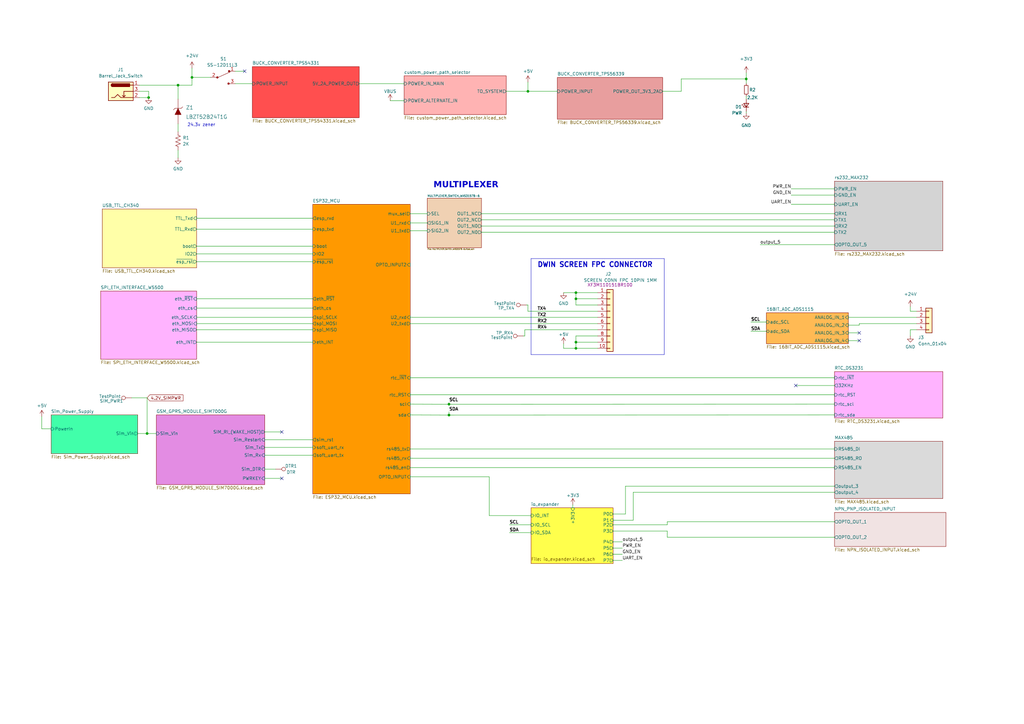
<source format=kicad_sch>
(kicad_sch (version 20230121) (generator eeschema)
  (paper "A3")
  (title_block (title "ELIESTAR") (date "2023-06-20") (rev "2.0") (company "GEVITON") (comment 2 "Reviewed By: Timoty Kyalo") (comment 3 "Designed By: Robert Mutura") (comment 4 "ELIESTAR"))
  (lib_symbols
    (symbol "Connector:Barrel_Jack_Switch" (pin_names hide)
      (property "Reference" "J" (at 0 5.334 0))
      (property "Value" "Barrel_Jack_Switch" (at 0 -5.08 0))
      (symbol "Barrel_Jack_Switch_0_1"
        (rectangle (start -5.08 3.81) (end 5.08 -3.81) (stroke (width 0.254)) (fill (type background)))
        (arc (start -3.302 3.175) (mid -3.9343 2.54) (end -3.302 1.905) (stroke (width 0.254)))
        (arc (start -3.302 3.175) (mid -3.9343 2.54) (end -3.302 1.905) (stroke (width 0.254)) (fill (type outline)))
        (polyline (pts (xy 1.27 -2.286) (xy 1.905 -1.651)) (stroke (width 0.254)))
        (polyline (pts (xy 5.08 2.54) (xy 3.81 2.54)) (stroke (width 0.254)))
        (polyline (pts (xy 5.08 0) (xy 1.27 0) (xy 1.27 -2.286) (xy 0.635 -1.651)) (stroke (width 0.254)))
        (polyline (pts (xy -3.81 -2.54) (xy -2.54 -2.54) (xy -1.27 -1.27) (xy 0 -2.54) (xy 2.54 -2.54) (xy 5.08 -2.54)) (stroke (width 0.254)))
        (rectangle (start 3.683 3.175) (end -3.302 1.905) (stroke (width 0.254)) (fill (type outline)))
      )
      (symbol "Barrel_Jack_Switch_1_1"
        (pin passive line (at 7.62 2.54 180) (length 2.54) (name "~") (number "1"))
        (pin passive line (at 7.62 -2.54 180) (length 2.54) (name "~") (number "2"))
        (pin passive line (at 7.62 0 180) (length 2.54) (name "~") (number "3"))
      )
    )
    (symbol "Connector:TestPoint" (pin_numbers hide) (pin_names (offset 0.762) hide)
      (property "Reference" "TP" (at 0 6.858 0))
      (property "Value" "TestPoint" (at 0 5.08 0))
      (symbol "TestPoint_0_1"
        (circle (center 0 3.302) (radius 0.762))
      )
      (symbol "TestPoint_1_1"
        (pin passive line (at 0 0 90) (length 2.54) (name "1") (number "1"))
      )
    )
    (symbol "Connector_Generic:Conn_01x04" (pin_names (offset 1.016) hide)
      (property "Reference" "J" (at 0 5.08 0))
      (property "Value" "Conn_01x04" (at 0 -7.62 0))
      (symbol "Conn_01x04_1_1"
        (rectangle (start -1.27 -4.953) (end 0 -5.207) (stroke (width 0.1524)))
        (rectangle (start -1.27 -2.413) (end 0 -2.667) (stroke (width 0.1524)))
        (rectangle (start -1.27 0.127) (end 0 -0.127) (stroke (width 0.1524)))
        (rectangle (start -1.27 2.667) (end 0 2.413) (stroke (width 0.1524)))
        (rectangle (start -1.27 3.81) (end 1.27 -6.35) (stroke (width 0.254)) (fill (type background)))
        (pin passive line (at -5.08 2.54 0) (length 3.81) (name "Pin_1") (number "1"))
        (pin passive line (at -5.08 0 0) (length 3.81) (name "Pin_2") (number "2"))
        (pin passive line (at -5.08 -2.54 0) (length 3.81) (name "Pin_3") (number "3"))
        (pin passive line (at -5.08 -5.08 0) (length 3.81) (name "Pin_4") (number "4"))
      )
    )
    (symbol "Connector_Generic:Conn_01x10" (pin_names (offset 1.016) hide)
      (property "Reference" "J" (at 0 12.7 0))
      (property "Value" "Conn_01x10" (at 0 -15.24 0))
      (symbol "Conn_01x10_1_1"
        (rectangle (start -1.27 -12.573) (end 0 -12.827) (stroke (width 0.1524)))
        (rectangle (start -1.27 -10.033) (end 0 -10.287) (stroke (width 0.1524)))
        (rectangle (start -1.27 -7.493) (end 0 -7.747) (stroke (width 0.1524)))
        (rectangle (start -1.27 -4.953) (end 0 -5.207) (stroke (width 0.1524)))
        (rectangle (start -1.27 -2.413) (end 0 -2.667) (stroke (width 0.1524)))
        (rectangle (start -1.27 0.127) (end 0 -0.127) (stroke (width 0.1524)))
        (rectangle (start -1.27 2.667) (end 0 2.413) (stroke (width 0.1524)))
        (rectangle (start -1.27 5.207) (end 0 4.953) (stroke (width 0.1524)))
        (rectangle (start -1.27 7.747) (end 0 7.493) (stroke (width 0.1524)))
        (rectangle (start -1.27 10.287) (end 0 10.033) (stroke (width 0.1524)))
        (rectangle (start -1.27 11.43) (end 1.27 -13.97) (stroke (width 0.254)) (fill (type background)))
        (pin passive line (at -5.08 10.16 0) (length 3.81) (name "Pin_1") (number "1"))
        (pin passive line (at -5.08 -12.7 0) (length 3.81) (name "Pin_10") (number "10"))
        (pin passive line (at -5.08 7.62 0) (length 3.81) (name "Pin_2") (number "2"))
        (pin passive line (at -5.08 5.08 0) (length 3.81) (name "Pin_3") (number "3"))
        (pin passive line (at -5.08 2.54 0) (length 3.81) (name "Pin_4") (number "4"))
        (pin passive line (at -5.08 0 0) (length 3.81) (name "Pin_5") (number "5"))
        (pin passive line (at -5.08 -2.54 0) (length 3.81) (name "Pin_6") (number "6"))
        (pin passive line (at -5.08 -5.08 0) (length 3.81) (name "Pin_7") (number "7"))
        (pin passive line (at -5.08 -7.62 0) (length 3.81) (name "Pin_8") (number "8"))
        (pin passive line (at -5.08 -10.16 0) (length 3.81) (name "Pin_9") (number "9"))
      )
    )
    (symbol "Device:LED_Small" (pin_numbers hide) (pin_names (offset 0.254) hide)
      (property "Reference" "D" (at -1.27 3.175 0))
      (property "Value" "LED_Small" (at -4.445 -2.54 0))
      (symbol "LED_Small_0_1"
        (polyline (pts (xy -0.762 -1.016) (xy -0.762 1.016)) (stroke (width 0.254)))
        (polyline (pts (xy 1.016 0) (xy -0.762 0)))
        (polyline (pts (xy 0.762 -1.016) (xy -0.762 0) (xy 0.762 1.016) (xy 0.762 -1.016)) (stroke (width 0.254)))
        (polyline (pts (xy 0 0.762) (xy -0.508 1.27) (xy -0.254 1.27) (xy -0.508 1.27) (xy -0.508 1.016)))
        (polyline (pts (xy 0.508 1.27) (xy 0 1.778) (xy 0.254 1.778) (xy 0 1.778) (xy 0 1.524)))
      )
      (symbol "LED_Small_1_1"
        (pin passive line (at -2.54 0 0) (length 1.778) (name "K") (number "1"))
        (pin passive line (at 2.54 0 180) (length 1.778) (name "A") (number "2"))
      )
    )
    (symbol "Device:R_Small" (pin_numbers hide) (pin_names (offset 0.254) hide)
      (property "Reference" "R" (at 0.762 0.508 0))
      (property "Value" "R_Small" (at 0.762 -1.016 0))
      (symbol "R_Small_0_1"
        (rectangle (start -0.762 1.778) (end 0.762 -1.778) (stroke (width 0.2032)))
      )
      (symbol "R_Small_1_1"
        (pin passive line (at 0 2.54 270) (length 0.762) (name "~") (number "1"))
        (pin passive line (at 0 -2.54 90) (length 0.762) (name "~") (number "2"))
      )
    )
    (symbol "Device:R_US" (pin_numbers hide) (pin_names (offset 0))
      (property "Reference" "R" (at 2.54 0 90))
      (property "Value" "R_US" (at -2.54 0 90))
      (symbol "R_US_0_1"
        (polyline (pts (xy 0 -2.286) (xy 0 -2.54)))
        (polyline (pts (xy 0 2.286) (xy 0 2.54)))
        (polyline (pts (xy 0 -0.762) (xy 1.016 -1.143) (xy 0 -1.524) (xy -1.016 -1.905) (xy 0 -2.286)))
        (polyline (pts (xy 0 0.762) (xy 1.016 0.381) (xy 0 0) (xy -1.016 -0.381) (xy 0 -0.762)))
        (polyline (pts (xy 0 2.286) (xy 1.016 1.905) (xy 0 1.524) (xy -1.016 1.143) (xy 0 0.762)))
      )
      (symbol "R_US_1_1"
        (pin passive line (at 0 3.81 270) (length 1.27) (name "~") (number "1"))
        (pin passive line (at 0 -3.81 90) (length 1.27) (name "~") (number "2"))
      )
    )
    (symbol "dk_Diodes-Zener-Single:MMSZ5231B-7-F" (pin_numbers hide) (pin_names (offset 0) hide)
      (property "Reference" "Z" (at 0 3.81 0))
      (property "Value" "MMSZ5231B-7-F" (at 0 -3.81 0))
      (symbol "MMSZ5231B-7-F_0_1"
        (polyline (pts (xy 1.27 -1.27) (xy 1.905 -1.905)))
        (polyline (pts (xy 1.27 1.27) (xy 0.635 1.905)))
        (polyline (pts (xy 1.27 1.27) (xy 1.27 -1.27)))
        (polyline (pts (xy -1.27 1.27) (xy -1.27 -1.27) (xy 1.27 0) (xy -1.27 1.27)) (fill (type outline)))
      )
      (symbol "MMSZ5231B-7-F_1_1"
        (pin passive line (at -5.08 0 0) (length 3.81) (name "~") (number "A"))
        (pin passive line (at 5.08 0 180) (length 3.81) (name "~") (number "K"))
      )
    )
    (symbol "dk_Slide-Switches:EG1218" (pin_names (offset 0))
      (property "Reference" "S" (at -3.81 2.286 0))
      (property "Value" "EG1218" (at 0 -5.334 0))
      (symbol "EG1218_0_1"
        (circle (center -2.286 0) (radius 0.3556) (fill (type outline)))
        (polyline (pts (xy -2.032 0) (xy 3.048 2.286)))
        (circle (center 2.286 -2.54) (radius 0.3556) (fill (type outline)))
        (circle (center 2.54 2.54) (radius 0.3556) (fill (type outline)))
      )
      (symbol "EG1218_1_1"
        (pin passive line (at 5.08 2.54 180) (length 2.54) (name "~") (number "1"))
        (pin passive line (at -5.08 0 0) (length 2.54) (name "~") (number "2"))
        (pin passive line (at 5.08 -2.54 180) (length 2.54) (name "~") (number "3"))
      )
    )
    (symbol "power:+24V" (power) (pin_names (offset 0))
      (property "Value" "+24V" (at 0 3.556 0))
      (symbol "+24V_0_1"
        (polyline (pts (xy -0.762 1.27) (xy 0 2.54)))
        (polyline (pts (xy 0 0) (xy 0 2.54)))
        (polyline (pts (xy 0 2.54) (xy 0.762 1.27)))
      )
      (symbol "+24V_1_1"
        (pin power_in line (at 0 0 90) (length 0) hide (name "+24V") (number "1"))
      )
    )
    (symbol "power:+3V3" (power) (pin_names (offset 0))
      (property "Value" "+3V3" (at 0 3.556 0))
      (symbol "+3V3_0_1"
        (polyline (pts (xy -0.762 1.27) (xy 0 2.54)))
        (polyline (pts (xy 0 0) (xy 0 2.54)))
        (polyline (pts (xy 0 2.54) (xy 0.762 1.27)))
      )
      (symbol "+3V3_1_1"
        (pin power_in line (at 0 0 90) (length 0) hide (name "+3V3") (number "1"))
      )
    )
    (symbol "power:+5V" (power) (pin_names (offset 0))
      (property "Value" "+5V" (at 0 3.556 0))
      (symbol "+5V_0_1"
        (polyline (pts (xy -0.762 1.27) (xy 0 2.54)))
        (polyline (pts (xy 0 0) (xy 0 2.54)))
        (polyline (pts (xy 0 2.54) (xy 0.762 1.27)))
      )
      (symbol "+5V_1_1"
        (pin power_in line (at 0 0 90) (length 0) hide (name "+5V") (number "1"))
      )
    )
    (symbol "power:GND" (power) (pin_names (offset 0))
      (property "Value" "GND" (at 0 -3.81 0))
      (symbol "GND_0_1"
        (polyline (pts (xy 0 0) (xy 0 -1.27) (xy 1.27 -1.27) (xy 0 -2.54) (xy -1.27 -1.27) (xy 0 -1.27)))
      )
      (symbol "GND_1_1"
        (pin power_in line (at 0 0 270) (length 0) hide (name "GND") (number "1"))
      )
    )
    (symbol "power:VBUS" (power) (pin_names (offset 0))
      (property "Value" "VBUS" (at 0 3.81 0))
      (symbol "VBUS_0_1"
        (polyline (pts (xy -0.762 1.27) (xy 0 2.54)))
        (polyline (pts (xy 0 0) (xy 0 2.54)))
        (polyline (pts (xy 0 2.54) (xy 0.762 1.27)))
      )
      (symbol "VBUS_1_1"
        (pin power_in line (at 0 0 90) (length 0) hide (name "VBUS") (number "1"))
      )
    )
  )
  (junction (at 236.22 120.015))
  (junction (at 73.025 34.925))
  (junction (at 236.22 140.335))
  (junction (at 306.07 32.385))
  (junction (at 78.74 31.75))
  (junction (at 236.22 142.875))
  (junction (at 184.15 165.7929))
  (junction (at 184.15 170.2379))
  (junction (at 60.325 177.8))
  (junction (at 236.22 122.555))
  (junction (at 60.96 40.005))
  (junction (at 216.535 37.465))
  (no_connect (at 100.33 29.21))
  (no_connect (at 326.39 158.115))
  (no_connect (at 352.425 139.7))
  (no_connect (at 115.57 196.215))
  (no_connect (at 115.57 177.165))
  (no_connect (at 352.425 136.525))
  (wire (pts (xy 347.98 139.7) (xy 352.425 139.7)))
  (wire (pts (xy 215.9 125.095) (xy 216.535 125.095)))
  (wire (pts (xy 78.74 31.75) (xy 86.36 31.75)))
  (wire (pts (xy 217.805 211.455) (xy 200.66 211.455)))
  (wire (pts (xy 251.46 217.805) (xy 273.685 217.805)))
  (wire (pts (xy 251.46 222.25) (xy 255.27 222.25)))
  (wire (pts (xy 236.22 137.795) (xy 236.22 140.335)))
  (wire (pts (xy 168.275 91.44) (xy 175.26 91.44)))
  (wire (pts (xy 108.585 177.165) (xy 115.57 177.165)))
  (wire (pts (xy 273.685 220.345) (xy 342.265 220.345)))
  (wire (pts (xy 215.265 137.795) (xy 215.265 135.255)))
  (wire (pts (xy 324.485 77.47) (xy 342.265 77.47)))
  (wire (pts (xy 96.52 29.21) (xy 100.33 29.21)))
  (wire (pts (xy 184.15 170.2379) (xy 184.1498 170.2379)))
  (wire (pts (xy 73.025 34.925) (xy 73.025 40.64)))
  (polyline (pts (xy 217.805 106.045) (xy 272.415 106.045)))
  (wire (pts (xy 214.63 137.795) (xy 215.265 137.795)))
  (wire (pts (xy 168.275 195.58) (xy 200.66 195.58)))
  (wire (pts (xy 184.1498 170.2379) (xy 342.265 170.18)))
  (wire (pts (xy 273.685 213.995) (xy 342.265 213.995)))
  (wire (pts (xy 271.78 37.465) (xy 279.4 37.465)))
  (wire (pts (xy 20.955 175.895) (xy 17.145 175.895)))
  (wire (pts (xy 347.98 133.35) (xy 352.425 133.35)))
  (wire (pts (xy 251.46 213.36) (xy 259.715 213.36)))
  (wire (pts (xy 108.585 192.405) (xy 113.03 192.405)))
  (wire (pts (xy 279.4 32.385) (xy 279.4 37.465)))
  (polyline (pts (xy 272.415 145.415) (xy 217.805 145.415)))
  (wire (pts (xy 216.535 33.655) (xy 216.535 37.465)))
  (wire (pts (xy 215.265 135.255) (xy 245.11 135.255)))
  (wire (pts (xy 60.96 37.465) (xy 60.96 40.005)))
  (wire (pts (xy 216.535 127.635) (xy 245.11 127.635)))
  (wire (pts (xy 375.92 135.255) (xy 373.38 135.255)))
  (wire (pts (xy 60.325 163.195) (xy 60.325 177.8)))
  (wire (pts (xy 208.915 215.265) (xy 217.805 215.265)))
  (wire (pts (xy 108.585 180.34) (xy 128.27 180.34)))
  (wire (pts (xy 279.4 32.385) (xy 306.07 32.385)))
  (wire (pts (xy 73.025 50.8) (xy 73.025 53.975)))
  (polyline (pts (xy 217.805 106.045) (xy 217.805 145.415)))
  (wire (pts (xy 207.645 37.465) (xy 216.535 37.465)))
  (wire (pts (xy 80.645 89.535) (xy 128.27 89.535)))
  (wire (pts (xy 373.38 125.73) (xy 373.38 127.635)))
  (wire (pts (xy 78.74 34.925) (xy 73.025 34.925)))
  (wire (pts (xy 80.645 130.175) (xy 128.27 130.175)))
  (wire (pts (xy 197.485 90.17) (xy 342.265 90.17)))
  (wire (pts (xy 256.54 210.82) (xy 256.54 199.39)))
  (wire (pts (xy 108.585 196.215) (xy 115.57 196.215)))
  (wire (pts (xy 80.645 122.555) (xy 128.27 122.555)))
  (wire (pts (xy 236.22 120.015) (xy 236.22 122.555)))
  (wire (pts (xy 324.485 80.01) (xy 342.265 80.01)))
  (wire (pts (xy 147.32 34.29) (xy 165.735 34.29)))
  (wire (pts (xy 60.96 40.005) (xy 57.15 40.005)))
  (wire (pts (xy 184.15 165.1) (xy 184.15 165.7929)))
  (wire (pts (xy 375.92 132.715) (xy 352.425 132.715)))
  (wire (pts (xy 108.585 186.69) (xy 128.27 186.69)))
  (wire (pts (xy 80.645 140.335) (xy 128.27 140.335)))
  (wire (pts (xy 311.785 100.33) (xy 342.265 100.33)))
  (wire (pts (xy 306.07 32.385) (xy 306.07 34.29)))
  (wire (pts (xy 184.15 168.91) (xy 184.15 170.2379)))
  (wire (pts (xy 168.275 184.15) (xy 342.265 184.15)))
  (wire (pts (xy 184.15 165.7929) (xy 184.1498 165.7929)))
  (wire (pts (xy 73.025 61.595) (xy 73.025 64.77)))
  (wire (pts (xy 251.46 224.79) (xy 255.27 224.79)))
  (wire (pts (xy 245.11 137.795) (xy 236.22 137.795)))
  (wire (pts (xy 80.645 100.965) (xy 128.27 100.965)))
  (wire (pts (xy 231.14 120.015) (xy 236.22 120.015)))
  (wire (pts (xy 256.54 199.39) (xy 342.265 199.39)))
  (wire (pts (xy 236.22 142.875) (xy 245.11 142.875)))
  (wire (pts (xy 80.645 132.715) (xy 128.27 132.715)))
  (wire (pts (xy 73.025 34.925) (xy 57.15 34.925)))
  (wire (pts (xy 306.07 45.72) (xy 306.07 46.355)))
  (wire (pts (xy 197.485 87.63) (xy 342.265 87.63)))
  (wire (pts (xy 251.46 210.82) (xy 256.54 210.82)))
  (wire (pts (xy 259.715 201.93) (xy 342.265 201.93)))
  (wire (pts (xy 168.275 187.96) (xy 342.265 187.96)))
  (wire (pts (xy 168.275 170.18) (xy 184.1498 170.2379)))
  (wire (pts (xy 200.66 195.58) (xy 200.66 211.455)))
  (wire (pts (xy 168.275 87.63) (xy 175.26 87.63)))
  (wire (pts (xy 231.14 140.97) (xy 231.14 142.875)))
  (wire (pts (xy 216.535 37.465) (xy 228.6 37.465)))
  (wire (pts (xy 352.425 132.715) (xy 352.425 133.35)))
  (wire (pts (xy 251.46 227.33) (xy 255.27 227.33)))
  (wire (pts (xy 197.485 92.71) (xy 342.265 92.71)))
  (wire (pts (xy 168.275 165.735) (xy 184.1498 165.7929)))
  (wire (pts (xy 96.52 34.29) (xy 103.505 34.29)))
  (wire (pts (xy 80.645 126.365) (xy 128.27 126.365)))
  (wire (pts (xy 197.485 95.25) (xy 342.265 95.25)))
  (wire (pts (xy 78.74 27.94) (xy 78.74 31.75)))
  (wire (pts (xy 306.07 39.37) (xy 306.07 40.64)))
  (wire (pts (xy 373.38 127.635) (xy 375.92 127.635)))
  (wire (pts (xy 78.74 31.75) (xy 78.74 34.925)))
  (wire (pts (xy 80.645 93.98) (xy 128.27 93.98)))
  (wire (pts (xy 273.685 220.345) (xy 273.685 217.805)))
  (wire (pts (xy 168.275 191.77) (xy 342.265 191.77)))
  (wire (pts (xy 168.275 94.615) (xy 175.26 94.615)))
  (wire (pts (xy 184.1498 165.7929) (xy 342.265 165.735)))
  (polyline (pts (xy 272.415 106.045) (xy 272.415 145.415)))
  (wire (pts (xy 108.585 183.515) (xy 128.27 183.515)))
  (wire (pts (xy 326.39 158.115) (xy 342.265 158.115)))
  (wire (pts (xy 259.715 213.36) (xy 259.715 201.93)))
  (wire (pts (xy 236.22 122.555) (xy 245.11 122.555)))
  (wire (pts (xy 306.07 29.845) (xy 306.07 32.385)))
  (wire (pts (xy 347.98 130.175) (xy 375.92 130.175)))
  (wire (pts (xy 251.46 215.265) (xy 273.685 215.265)))
  (wire (pts (xy 234.95 207.01) (xy 234.95 208.28)))
  (wire (pts (xy 168.275 161.925) (xy 342.265 161.925)))
  (wire (pts (xy 216.535 125.095) (xy 216.535 127.635)))
  (wire (pts (xy 53.975 163.195) (xy 60.325 163.195)))
  (wire (pts (xy 168.275 154.94) (xy 342.265 154.94)))
  (wire (pts (xy 57.15 37.465) (xy 60.96 37.465)))
  (wire (pts (xy 17.145 170.815) (xy 17.145 175.895)))
  (wire (pts (xy 236.22 140.335) (xy 245.11 140.335)))
  (wire (pts (xy 373.38 135.255) (xy 373.38 137.795)))
  (wire (pts (xy 165.735 41.275) (xy 160.02 41.275)))
  (wire (pts (xy 60.325 177.8) (xy 64.135 177.8)))
  (wire (pts (xy 273.685 213.995) (xy 273.685 215.265)))
  (wire (pts (xy 80.645 104.14) (xy 128.27 104.14)))
  (wire (pts (xy 307.975 135.89) (xy 314.325 135.89)))
  (wire (pts (xy 208.915 218.44) (xy 217.805 218.44)))
  (wire (pts (xy 56.515 177.8) (xy 60.325 177.8)))
  (wire (pts (xy 324.485 83.82) (xy 342.265 83.82)))
  (wire (pts (xy 245.11 120.015) (xy 236.22 120.015)))
  (wire (pts (xy 307.975 132.08) (xy 314.325 132.08)))
  (wire (pts (xy 168.275 132.715) (xy 245.11 132.715)))
  (wire (pts (xy 231.14 142.875) (xy 236.22 142.875)))
  (wire (pts (xy 80.645 107.315) (xy 128.27 107.315)))
  (wire (pts (xy 251.46 229.87) (xy 255.27 229.87)))
  (wire (pts (xy 80.645 135.255) (xy 128.27 135.255)))
  (wire (pts (xy 168.275 130.175) (xy 245.11 130.175)))
  (wire (pts (xy 236.22 140.335) (xy 236.22 142.875)))
  (wire (pts (xy 236.22 125.095) (xy 245.11 125.095)))
  (wire (pts (xy 236.22 122.555) (xy 236.22 125.095)))
  (wire (pts (xy 347.98 136.525) (xy 352.425 136.525)))
  (text "MULTIPLEXER" (at 177.8 78.105 0) (effects (font (size 2.5 2.5) bold) (justify left bottom)))
  (text "24.3v zener" (at 76.835 52.07 0) (effects (font (size 1.27 1.27)) (justify left bottom)))
  (text "DWIN SCREEN FPC CONNECTOR" (at 220.345 109.855 0) (effects (font (size 2 2) bold) (justify left bottom)))
  (label "output_5" (at 255.27 222.25 0))
  (label "UART_EN" (at 255.27 229.87 0))
  (label "SCL" (at 184.15 165.1 0) (effects (font bold)))
  (label "TX4" (at 220.345 127.635 0) (effects (font bold)))
  (label "GND_EN" (at 255.27 227.33 0))
  (label "SDA" (at 184.15 168.91 0) (effects (font bold)))
  (label "SCL" (at 307.975 132.08 0) (effects (font bold)))
  (label "SDA" (at 307.975 135.89 0) (effects (font bold)))
  (label "PWR_EN" (at 255.27 224.79 0))
  (label "GND_EN" (at 324.485 80.01 180))
  (label "PWR_EN" (at 324.485 77.47 180))
  (label "UART_EN" (at 324.485 83.82 180))
  (label "TX2" (at 220.345 130.175 0) (effects (font bold)))
  (label "output_5" (at 311.785 100.33 0))
  (label "RX4" (at 220.345 135.255 0) (effects (font bold)))
  (label "SCL" (at 208.915 215.265 0) (effects (font bold)))
  (label "SDA" (at 208.915 218.44 0) (effects (font bold)))
  (label "RX2" (at 220.345 132.715 0) (effects (font bold)))
  (global_label "4.2V_SIMPWR" (shape input) (at 60.325 163.195 0) (property "Intersheetrefs" "${INTERSHEET_REFS}" (effects hide)))
  (symbol (lib_id "power:GND") (at 60.96 40.005 0) (unit 1)
    (property "Reference" "#PWR01" (effects hide))
    (property "Value" "GND" (at 60.96 44.45 0))
  )
  (symbol (lib_id "power:+5V") (at 231.14 140.97 0) (unit 1)
    (property "Reference" "#PWR011" (effects hide))
    (property "Value" "+5V" (at 231.14 137.16 0))
  )
  (symbol (lib_id "power:+24V") (at 373.38 125.73 0) (unit 1)
    (property "Reference" "#PWR0116" (effects hide))
    (property "Value" "+24V" (at 373.38 120.65 0))
  )
  (symbol (lib_id "power:+3V3") (at 234.95 207.01 0) (unit 1)
    (property "Reference" "#PWR020" (effects hide))
    (property "Value" "+3V3" (at 234.95 203.2 0))
  )
  (symbol (lib_id "power:+3V3") (at 306.07 29.845 0) (unit 1)
    (property "Reference" "#PWR05" (effects hide))
    (property "Value" "+3V3" (at 306.07 24.13 0))
  )
  (symbol (lib_id "Connector:TestPoint") (at 53.975 163.195 90) (mirror x) (unit 1)
    (property "Reference" "SIM_PWR1" (at 45.72 164.465 90))
    (property "Value" "TestPoint" (at 45.085 162.56 90))
    (property "Footprint" "brilliant-kicad-library:TestPoint_Pad_D0.9mm" (effects hide))
  )
  (symbol (lib_id "dk_Slide-Switches:EG1218") (at 91.44 31.75 0) (unit 1)
    (property "Reference" "S1" (at 91.6432 24.13 0))
    (property "Value" "SS-12D11L3 " (at 91.6432 26.67 0))
    (property "Footprint" "greencharge-footprints:SLIDER_SW_SS-12D16L3R" (effects hide))
    (property "Digi-Key_PN" "SS-12D11L3 " (effects hide))
    (property "MPN" "SS-12D11L3 " (effects hide))
    (property "Category" "Switches" (effects hide))
    (property "Family" "Slide Switches" (effects hide))
    (property "DK_Datasheet_Link" "http://spec_sheets.e-switch.com/specs/P040040.pdf" (effects hide))
    (property "DK_Detail_Page" "/product-detail/en/e-switch/EG1218/EG1903-ND/101726" (effects hide))
    (property "Description" "SWITCH SLIDE SPDT 200MA 30V" (effects hide))
    (property "Manufacturer" "E-Switch" (effects hide))
    (property "Status" "Active" (effects hide))
  )
  (symbol (lib_id "Device:LED_Small") (at 306.07 43.18 90) (unit 1)
    (property "Reference" "D1" (at 302.895 43.815 90))
    (property "Value" "PWR" (at 302.26 46.355 90))
    (property "Footprint" "LED_SMD:LED_0603_1608Metric" (effects hide))
  )
  (symbol (lib_id "Connector_Generic:Conn_01x04") (at 381 130.175 0) (unit 1)
    (property "Reference" "J3" (at 376.555 138.43 0) (effects (justify left)))
    (property "Value" "Conn_01x04" (at 376.555 140.97 0) (effects (justify left)))
    (property "Footprint" "Connector_Phoenix_MC:PhoenixContact_MC_1,5_4-G-3.5_1x04_P3.50mm_Horizontal" (effects hide))
  )
  (symbol (lib_id "Connector:TestPoint") (at 113.03 192.405 270) (mirror x) (unit 1)
    (property "Reference" "DTR1" (at 119.38 191.135 90))
    (property "Value" "DTR" (at 119.38 193.675 90))
    (property "Footprint" "brilliant-kicad-library:TestPoint_Pad_D0.9mm" (effects hide))
  )
  (symbol (lib_id "power:GND") (at 231.14 120.015 0) (unit 1)
    (property "Reference" "#PWR06" (effects hide))
    (property "Value" "GND" (at 231.14 124.46 0))
  )
  (symbol (lib_id "power:GND") (at 306.07 46.355 0) (unit 1)
    (property "Reference" "#PWR0101" (effects hide))
    (property "Value" "GND" (at 306.07 51.435 0))
  )
  (symbol (lib_id "Device:R_US") (at 73.025 57.785 180) (unit 1)
    (property "Reference" "R1" (at 74.93 56.5149 0) (effects (justify right)))
    (property "Value" "2K" (at 74.93 59.0549 0) (effects (justify right)))
    (property "Footprint" "Resistor_SMD:R_0603_1608Metric" (effects hide))
  )
  (symbol (lib_id "Connector:Barrel_Jack_Switch") (at 49.53 37.465 0) (unit 1)
    (property "Reference" "J1" (at 49.53 28.575 0))
    (property "Value" "Barrel_Jack_Switch" (at 49.53 31.115 0))
    (property "Footprint" "Connector_BarrelJack:BarrelJack_Horizontal" (effects hide))
  )
  (symbol (lib_id "power:GND") (at 73.025 64.77 0) (unit 1)
    (property "Reference" "#PWR04" (effects hide))
    (property "Value" "GND" (at 73.025 69.215 0))
  )
  (symbol (lib_id "power:GND") (at 373.38 137.795 0) (unit 1)
    (property "Reference" "#PWR0115" (effects hide))
    (property "Value" "GND" (at 373.38 142.24 0))
  )
  (symbol (lib_id "dk_Diodes-Zener-Single:MMSZ5231B-7-F") (at 73.025 45.72 90) (unit 1)
    (property "Reference" "Z1" (at 76.2 44.1325 90) (effects (font (size 1.524 1.524)) (justify right)))
    (property "Value" "LBZT52B24T1G" (at 76.2 47.9425 90) (effects (font (size 1.524 1.524)) (justify right)))
    (property "Footprint" "digikey-footprints:SOD-123" (effects hide))
    (property "Datasheet" "https://www.diodes.com/assets/Datasheets/ds18010.pdf" (effects hide))
    (property "Digi-Key_PN" "MMSZ5231B-FDICT-ND" (effects hide))
    (property "MPN" "MMSZ5231B-7-F" (effects hide))
    (property "Category" "Discrete Semiconductor Products" (effects hide))
    (property "Family" "Diodes - Zener - Single" (effects hide))
    (property "DK_Datasheet_Link" "https://www.diodes.com/assets/Datasheets/ds18010.pdf" (effects hide))
    (property "DK_Detail_Page" "/product-detail/en/diodes-incorporated/MMSZ5231B-7-F/MMSZ5231B-FDICT-ND/755506" (effects hide))
    (property "Description" "DIODE ZENER 5.1V 500MW SOD123" (effects hide))
    (property "Manufacturer" "Diodes Incorporated" (effects hide))
    (property "Status" "Active" (effects hide))
  )
  (symbol (lib_id "power:+5V") (at 17.145 170.815 0) (unit 1)
    (property "Reference" "#PWR0130" (effects hide))
    (property "Value" "+5V" (at 17.145 166.37 0))
  )
  (symbol (lib_id "power:+24V") (at 78.74 27.94 0) (unit 1)
    (property "Reference" "#PWR03" (effects hide))
    (property "Value" "+24V" (at 78.74 22.86 0))
  )
  (symbol (lib_id "Connector:TestPoint") (at 214.63 137.795 90) (unit 1)
    (property "Reference" "TP_RX4" (at 207.01 136.525 90))
    (property "Value" "TestPoint" (at 205.74 138.43 90))
    (property "Footprint" "brilliant-kicad-library:TestPoint_Pad_D0.9mm" (effects hide))
  )
  (symbol (lib_id "power:+5V") (at 216.535 33.655 0) (unit 1)
    (property "Reference" "#PWR02" (effects hide))
    (property "Value" "+5V" (at 216.535 29.21 0))
  )
  (symbol (lib_id "Connector_Generic:Conn_01x10") (at 250.19 130.175 0) (unit 1)
    (property "Reference" "J2" (at 248.285 112.395 0) (effects (justify left)))
    (property "Value" "SCREEN CONN FPC 10PIN 1MM" (at 239.395 114.935 0) (effects (justify left)))
    (property "Footprint" "greencharge-footprints:FPC_10PIN_1MM_XF3M110151BR100" (effects hide))
    (property "MPN" "XF3M110151BR100" (at 250.19 116.84 0))
  )
  (symbol (lib_id "power:VBUS") (at 160.02 41.275 0) (unit 1)
    (property "Reference" "#PWR028" (effects hide))
    (property "Value" "VBUS" (at 160.02 37.465 0))
  )
  (symbol (lib_id "Device:R_Small") (at 306.07 36.83 0) (unit 1)
    (property "Reference" "R2" (at 308.61 36.83 0))
    (property "Value" "2.2K" (at 308.61 40.005 0))
    (property "Footprint" "Resistor_SMD:R_0402_1005Metric" (effects hide))
  )
  (symbol (lib_id "Connector:TestPoint") (at 215.9 125.095 90) (mirror x) (unit 1)
    (property "Reference" "TP_TX4" (at 207.645 126.365 90))
    (property "Value" "TestPoint" (at 207.01 124.46 90))
    (property "Footprint" "brilliant-kicad-library:TestPoint_Pad_D0.9mm" (effects hide))
  )
  (sheet (at 342.265 74.295) (size 44.45 28.575) (stroke (width 0.1524)) (fill (color 194 194 194 0.7100))
    (property "Sheetname" "rs232_MAX232" (at 342.265 73.5834 0) (effects (justify left bottom)))
    (property "Sheetfile" "rs232_MAX232.kicad_sch" (at 342.265 103.4546 0) (effects (justify left top)))
    (pin "TX2" input (at 342.265 95.25 180))
    (pin "TX1" input (at 342.265 90.17 180))
    (pin "RX1" output (at 342.265 87.63 180))
    (pin "RX2" output (at 342.265 92.71 180))
    (pin "PWR_EN" input (at 342.265 77.47 180))
    (pin "UART_EN" input (at 342.265 83.82 180))
    (pin "GND_EN" input (at 342.265 80.01 180))
    (pin "OPTO_OUT_5" output (at 342.265 100.33 180))
  )
  (sheet (at 64.135 170.18) (size 44.45 28.575) (stroke (width 0.1524)) (fill (color 194 0 194 0.4500))
    (property "Sheetname" "GSM_GPRS_MODULE_SIM7000G" (at 64.135 169.4684 0) (effects (justify left bottom)))
    (property "Sheetfile" "GSM_GPRS_MODULE_SIM7000G.kicad_sch" (at 64.135 199.3396 0) (effects (justify left top)))
    (pin "Sim_Vin" input (at 64.135 177.8 180))
    (pin "SIM_RI_(WAKE_HOST)" output (at 108.585 177.165 0))
    (pin "Sim_Restart" input (at 108.585 180.34 0))
    (pin "Sim_Tx" output (at 108.585 183.515 0))
    (pin "Sim_Rx" input (at 108.585 186.69 0))
    (pin "Sim_DTR" input (at 108.585 192.405 0))
    (pin "PWRKEY" input (at 108.585 196.215 0))
  )
  (sheet (at 103.505 27.305) (size 43.815 20.955) (stroke (width 0.1524)) (fill (color 255 0 0 0.6900))
    (property "Sheetname" "BUCK_CONVERTER_TPS54331" (at 103.505 26.5934 0) (effects (justify left bottom)))
    (property "Sheetfile" "BUCK_CONVERTER_TPS54331.kicad_sch" (at 103.505 48.8446 0) (effects (justify left top)))
    (pin "POWER_INPUT" input (at 103.505 34.29 180))
    (pin "5V_2A_POWER_OUT" output (at 147.32 34.29 0))
  )
  (sheet (at 342.265 152.4) (size 44.45 19.05) (stroke (width 0.1524)) (fill (color 255 0 255 0.3000))
    (property "Sheetname" "RTC_DS3231" (at 342.265 151.6884 0) (effects (justify left bottom)))
    (property "Sheetfile" "RTC_DS3231.kicad_sch" (at 342.265 172.0346 0) (effects (justify left top)))
    (pin "rtc_~{INT}" input (at 342.265 154.94 180))
    (pin "32KHz" output (at 342.265 158.115 180))
    (pin "rtc_sda" input (at 342.265 170.18 180))
    (pin "rtc_scl" input (at 342.265 165.735 180))
    (pin "rtc_RST" input (at 342.265 161.925 180))
  )
  (sheet (at 20.955 170.18) (size 35.56 15.875) (stroke (width 0.1524)) (fill (color 65 255 170 1.0000))
    (property "Sheetname" "Sim_Power_Supply" (at 20.955 169.4684 0) (effects (justify left bottom)))
    (property "Sheetfile" "Sim_Power_Supply.kicad_sch" (at 20.955 186.6396 0) (effects (justify left top)))
    (pin "PowerIn" input (at 20.955 175.895 180))
    (pin "Sim_Vin" output (at 56.515 177.8 0))
  )
  (sheet (at 342.265 210.185) (size 45.72 13.97) (stroke (width 0.1524)) (fill (color 132 0 0 0.1100))
    (property "Sheetname" "NPN_PNP_ISOLATED_INPUT" (at 342.265 209.4734 0) (effects (justify left bottom)))
    (property "Sheetfile" "NPN_ISOLATED_INPUT.kicad_sch" (at 342.265 224.7396 0) (effects (justify left top)))
    (pin "OPTO_OUT_1" output (at 342.265 213.995 180))
    (pin "OPTO_OUT_2" output (at 342.265 220.345 180))
  )
  (sheet (at 165.735 31.115) (size 41.91 15.875) (stroke (width 0.1524)) (fill (color 255 0 0 0.3000))
    (property "Sheetname" "custom_power_path_selector" (at 165.735 30.4034 0) (effects (justify left bottom)))
    (property "Sheetfile" "custom_power_path_selector.kicad_sch" (at 165.735 47.5746 0) (effects (justify left top)))
    (pin "POWER_IN_MAIN" input (at 165.735 34.29 180))
    (pin "POWER_ALTERNATE_IN" input (at 165.735 41.275 180))
    (pin "TO_SYSTEM" output (at 207.645 37.465 0))
  )
  (sheet (at 128.27 83.82) (size 40.005 118.745) (stroke (width 0.1524)) (fill (color 255 153 0 1.0000))
    (property "Sheetname" "ESP32_MCU" (at 128.27 83.1084 0) (effects (justify left bottom)))
    (property "Sheetfile" "ESP32_MCU.kicad_sch" (at 128.27 203.1496 0) (effects (justify left top)))
    (pin "esp_txd" input (at 128.27 93.98 180))
    (pin "~{esp_rst}" input (at 128.27 107.315 180))
    (pin "esp_rxd" output (at 128.27 89.535 180))
    (pin "IO2" input (at 128.27 104.14 180))
    (pin "boot" input (at 128.27 100.965 180))
    (pin "scl" input (at 168.275 165.735 0))
    (pin "sda" input (at 168.275 170.18 0))
    (pin "U1_rxd" input (at 168.275 91.44 0))
    (pin "U2_rxd" input (at 168.275 130.175 0))
    (pin "U2_txd" output (at 168.275 132.715 0))
    (pin "rtc_~{INT}" input (at 168.275 154.94 0))
    (pin "rtc_RST" input (at 168.275 161.925 0))
    (pin "U1_txd" output (at 168.275 94.615 0))
    (pin "mux_sel" output (at 168.275 87.63 0))
    (pin "spi_MOSI" output (at 128.27 132.715 180))
    (pin "spi_MISO" input (at 128.27 135.255 180))
    (pin "eth_INT" input (at 128.27 140.335 180))
    (pin "rs485_rx" input (at 168.275 187.96 0))
    (pin "rs485_tx" output (at 168.275 184.15 0))
    (pin "spi_SCLK" output (at 128.27 130.175 180))
    (pin "eth_cs" output (at 128.27 126.365 180))
    (pin "eth_~{RST}" output (at 128.27 122.555 180))
    (pin "OPTO_INPUT" input (at 168.275 195.58 0))
    (pin "rs485_en" output (at 168.275 191.77 0))
    (pin "OPTO_INPUT2" input (at 168.275 108.585 0))
    (pin "soft_uart_tx" output (at 128.27 186.69 180))
    (pin "soft_uart_rx" input (at 128.27 183.515 180))
    (pin "sim_rst" output (at 128.27 180.34 180))
  )
  (sheet (at 314.325 128.27) (size 33.655 12.7) (stroke (width 0.1524)) (fill (color 255 153 0 0.6700))
    (property "Sheetname" "16BIT_ADC_ADS1115" (at 314.325 127.5584 0) (effects (justify left bottom)))
    (property "Sheetfile" "16BIT_ADC_ADS1115.kicad_sch" (at 314.325 141.5546 0) (effects (justify left top)))
    (pin "adc_SCL" input (at 314.325 132.08 180))
    (pin "adc_SDA" bidirectional (at 314.325 135.89 180))
    (pin "ANALOG_IN_3" input (at 347.98 136.525 0))
    (pin "ANALOG_IN_1" input (at 347.98 130.175 0))
    (pin "ANALOG_IN_2" input (at 347.98 133.35 0))
    (pin "ANALOG_IN_4" input (at 347.98 139.7 0))
  )
  (sheet (at 228.6 31.75) (size 43.18 17.145) (stroke (width 0.1524)) (fill (color 194 0 0 0.3800))
    (property "Sheetname" "BUCK_CONVERTER_TPS56339" (at 228.6 31.0384 0) (effects (justify left bottom)))
    (property "Sheetfile" "BUCK_CONVERTER_TPS56339.kicad_sch" (at 228.6 49.4796 0) (effects (justify left top)))
    (pin "POWER_INPUT" input (at 228.6 37.465 180))
    (pin "POWER_OUT_3V3_2A" output (at 271.78 37.465 0))
  )
  (sheet (at 41.91 85.725) (size 38.735 24.13) (stroke (width 0.1524)) (fill (color 255 255 0 0.3400))
    (property "Sheetname" "USB_TTL_CH340" (at 41.91 85.0134 0) (effects (justify left bottom)))
    (property "Sheetfile" "USB_TTL_CH340.kicad_sch" (at 41.91 110.4396 0) (effects (justify left top)))
    (pin "TTL_Txd" input (at 80.645 89.535 0))
    (pin "TTL_Rxd" output (at 80.645 93.98 0))
    (pin "boot" output (at 80.645 100.965 0))
    (pin "IO2" output (at 80.645 104.14 0))
    (pin "~{esp_rst}" output (at 80.645 107.315 0))
  )
  (sheet (at 342.265 180.975) (size 44.45 23.495) (stroke (width 0.1524)) (fill (color 194 194 194 0.6000))
    (property "Sheetname" "MAX485" (at 342.265 180.2634 0) (effects (justify left bottom)))
    (property "Sheetfile" "MAX485.kicad_sch" (at 342.265 205.0546 0) (effects (justify left top)))
    (pin "RS485_RO" output (at 342.265 187.96 180))
    (pin "RS485_EN" input (at 342.265 191.77 180))
    (pin "RS485_DI" input (at 342.265 184.15 180))
    (pin "output_4" output (at 342.265 201.93 180))
    (pin "output_3" output (at 342.265 199.39 180))
  )
  (sheet (at 175.26 81.28) (size 22.225 20.32) (stroke (width 0.1524)) (fill (color 204 102 0 0.3000))
    (property "Sheetname" "MULTIPLEXER_SWITCH_WAS3157B-6" (at 175.26 80.8034 0) (effects (font (size 0.8 0.8)) (justify left bottom)))
    (property "Sheetfile" "MULTIPLEXER_SWITCH_WAS3157B-6.kicad_sch" (at 175.26 101.8766 0) (effects (font (size 0.5 0.5)) (justify left top)))
    (pin "SEL" input (at 175.26 87.63 180))
    (pin "SIG1_IN" output (at 175.26 91.44 180))
    (pin "SIG2_IN" input (at 175.26 94.615 180))
    (pin "OUT2_NC" output (at 197.485 90.17 0))
    (pin "OUT2_N0" output (at 197.485 95.25 0))
    (pin "OUT1_NC" output (at 197.485 87.63 0))
    (pin "OUT1_N0" output (at 197.485 92.71 0))
  )
  (sheet (at 41.275 119.38) (size 39.37 27.94) (stroke (width 0.1524)) (fill (color 255 0 255 0.3000))
    (property "Sheetname" "SPI_ETH_INTERFACE_W5500" (at 41.275 118.6684 0) (effects (justify left bottom)))
    (property "Sheetfile" "SPI_ETH_INTERFACE_W5500.kicad_sch" (at 41.275 147.9046 0) (effects (justify left top)))
    (pin "eth_~{RST}" input (at 80.645 122.555 0))
    (pin "eth_MOSI" input (at 80.645 132.715 0))
    (pin "eth_cs" input (at 80.645 126.365 0))
    (pin "eth_SCLK" input (at 80.645 130.175 0))
    (pin "eth_MISO" output (at 80.645 135.255 0))
    (pin "eth_INT" output (at 80.645 140.335 0))
  )
  (sheet (at 217.805 208.28) (size 33.655 22.86) (stroke (width 0.1524)) (fill (color 255 255 0 0.7000))
    (property "Sheetname" "io_expander" (at 217.805 207.5684 0) (effects (justify left bottom)))
    (property "Sheetfile" "io_expander.kicad_sch" (at 217.805 228.6 0) (effects (justify left top)))
    (pin "IO_INT" input (at 217.805 211.455 180))
    (pin "IO_SCL" input (at 217.805 215.265 180))
    (pin "IO_SDA" input (at 217.805 218.44 180))
    (pin "+3V3" input (at 234.95 208.28 90))
    (pin "P0" output (at 251.46 210.82 0))
    (pin "P2" output (at 251.46 215.265 0))
    (pin "P1" input (at 251.46 213.36 0))
    (pin "P4" output (at 251.46 222.25 0))
    (pin "P3" output (at 251.46 217.805 0))
    (pin "P5" output (at 251.46 224.79 0))
    (pin "P7" output (at 251.46 229.87 0))
    (pin "P6" output (at 251.46 227.33 0))
  )
)
</source>
